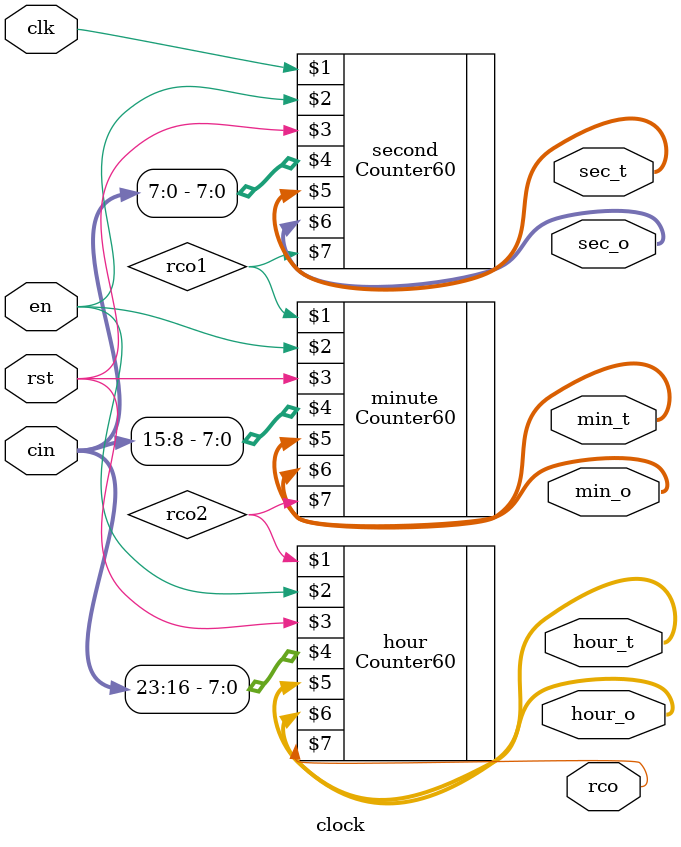
<source format=v>
module clock(
    input en,
	 input clk,
	 input rst,
	 input [23:0] cin,
	 output [3:0] hour_t,
	 output [3:0] hour_o,
	 output [3:0] min_t,
	 output [3:0] min_o,
	 output [3:0] sec_t,
	 output [3:0] sec_o,
	 output rco
    );
	 
    wire rco1, rco2;
	 
	 Counter60 second(clk, en, rst, cin[7:0], sec_t, sec_o, rco1);
	 Counter60 minute(rco1, en, rst, cin[15:8], min_t, min_o, rco2);
	 Counter60 hour(rco2, en, rst, cin[23:16], hour_t, hour_o, rco);
	 
endmodule

</source>
